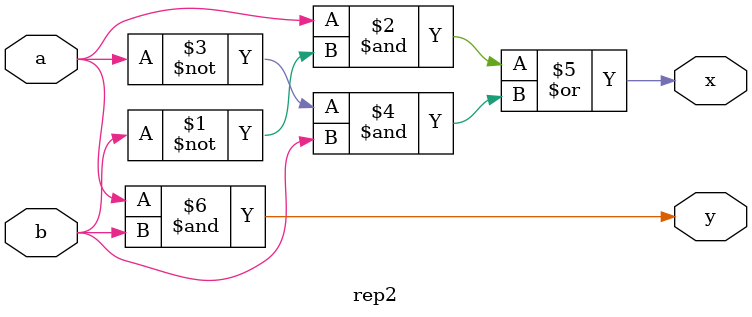
<source format=v>
module rep2(a,b,x,y);
	input a,b;
	output x,y;
	assign x = (a&~b)|(~a&b);
	assign y = a&b;
endmodule

</source>
